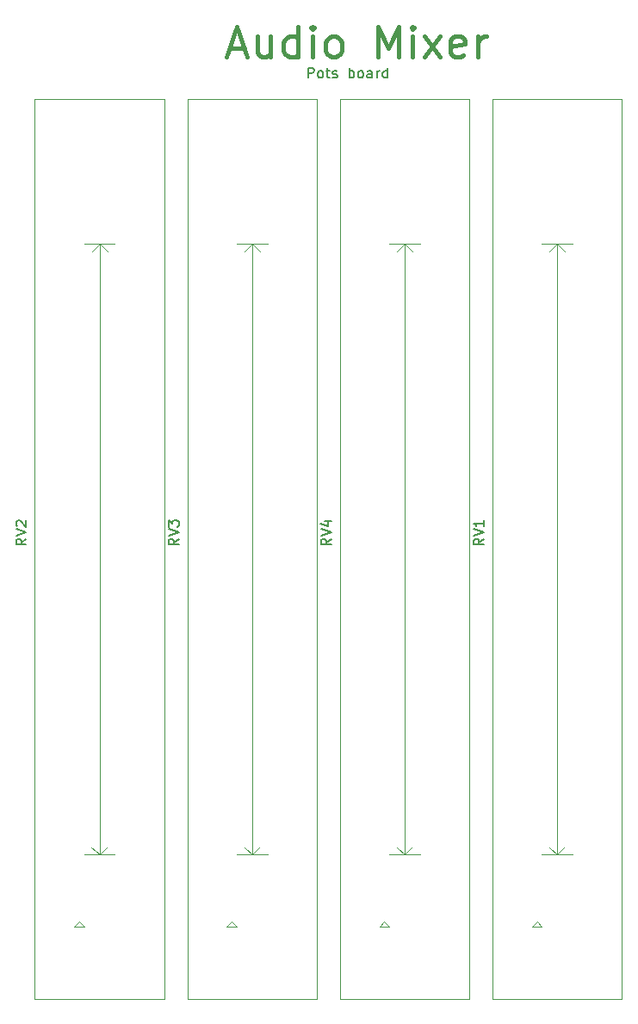
<source format=gbr>
%TF.GenerationSoftware,KiCad,Pcbnew,5.1.10-88a1d61d58~90~ubuntu20.04.1*%
%TF.CreationDate,2021-08-07T12:40:56-04:00*%
%TF.ProjectId,ao_audio_mixer,616f5f61-7564-4696-9f5f-6d697865722e,rev?*%
%TF.SameCoordinates,Original*%
%TF.FileFunction,Legend,Top*%
%TF.FilePolarity,Positive*%
%FSLAX46Y46*%
G04 Gerber Fmt 4.6, Leading zero omitted, Abs format (unit mm)*
G04 Created by KiCad (PCBNEW 5.1.10-88a1d61d58~90~ubuntu20.04.1) date 2021-08-07 12:40:56*
%MOMM*%
%LPD*%
G01*
G04 APERTURE LIST*
%ADD10C,0.150000*%
%ADD11C,0.400000*%
%ADD12C,0.120000*%
G04 APERTURE END LIST*
D10*
X187997238Y-42660380D02*
X187997238Y-41660380D01*
X188378190Y-41660380D01*
X188473428Y-41708000D01*
X188521047Y-41755619D01*
X188568666Y-41850857D01*
X188568666Y-41993714D01*
X188521047Y-42088952D01*
X188473428Y-42136571D01*
X188378190Y-42184190D01*
X187997238Y-42184190D01*
X189140095Y-42660380D02*
X189044857Y-42612761D01*
X188997238Y-42565142D01*
X188949619Y-42469904D01*
X188949619Y-42184190D01*
X188997238Y-42088952D01*
X189044857Y-42041333D01*
X189140095Y-41993714D01*
X189282952Y-41993714D01*
X189378190Y-42041333D01*
X189425809Y-42088952D01*
X189473428Y-42184190D01*
X189473428Y-42469904D01*
X189425809Y-42565142D01*
X189378190Y-42612761D01*
X189282952Y-42660380D01*
X189140095Y-42660380D01*
X189759142Y-41993714D02*
X190140095Y-41993714D01*
X189902000Y-41660380D02*
X189902000Y-42517523D01*
X189949619Y-42612761D01*
X190044857Y-42660380D01*
X190140095Y-42660380D01*
X190425809Y-42612761D02*
X190521047Y-42660380D01*
X190711523Y-42660380D01*
X190806761Y-42612761D01*
X190854380Y-42517523D01*
X190854380Y-42469904D01*
X190806761Y-42374666D01*
X190711523Y-42327047D01*
X190568666Y-42327047D01*
X190473428Y-42279428D01*
X190425809Y-42184190D01*
X190425809Y-42136571D01*
X190473428Y-42041333D01*
X190568666Y-41993714D01*
X190711523Y-41993714D01*
X190806761Y-42041333D01*
X192044857Y-42660380D02*
X192044857Y-41660380D01*
X192044857Y-42041333D02*
X192140095Y-41993714D01*
X192330571Y-41993714D01*
X192425809Y-42041333D01*
X192473428Y-42088952D01*
X192521047Y-42184190D01*
X192521047Y-42469904D01*
X192473428Y-42565142D01*
X192425809Y-42612761D01*
X192330571Y-42660380D01*
X192140095Y-42660380D01*
X192044857Y-42612761D01*
X193092476Y-42660380D02*
X192997238Y-42612761D01*
X192949619Y-42565142D01*
X192902000Y-42469904D01*
X192902000Y-42184190D01*
X192949619Y-42088952D01*
X192997238Y-42041333D01*
X193092476Y-41993714D01*
X193235333Y-41993714D01*
X193330571Y-42041333D01*
X193378190Y-42088952D01*
X193425809Y-42184190D01*
X193425809Y-42469904D01*
X193378190Y-42565142D01*
X193330571Y-42612761D01*
X193235333Y-42660380D01*
X193092476Y-42660380D01*
X194282952Y-42660380D02*
X194282952Y-42136571D01*
X194235333Y-42041333D01*
X194140095Y-41993714D01*
X193949619Y-41993714D01*
X193854380Y-42041333D01*
X194282952Y-42612761D02*
X194187714Y-42660380D01*
X193949619Y-42660380D01*
X193854380Y-42612761D01*
X193806761Y-42517523D01*
X193806761Y-42422285D01*
X193854380Y-42327047D01*
X193949619Y-42279428D01*
X194187714Y-42279428D01*
X194282952Y-42231809D01*
X194759142Y-42660380D02*
X194759142Y-41993714D01*
X194759142Y-42184190D02*
X194806761Y-42088952D01*
X194854380Y-42041333D01*
X194949619Y-41993714D01*
X195044857Y-41993714D01*
X195806761Y-42660380D02*
X195806761Y-41660380D01*
X195806761Y-42612761D02*
X195711523Y-42660380D01*
X195521047Y-42660380D01*
X195425809Y-42612761D01*
X195378190Y-42565142D01*
X195330571Y-42469904D01*
X195330571Y-42184190D01*
X195378190Y-42088952D01*
X195425809Y-42041333D01*
X195521047Y-41993714D01*
X195711523Y-41993714D01*
X195806761Y-42041333D01*
D11*
X180293000Y-39738000D02*
X181721571Y-39738000D01*
X180007285Y-40595142D02*
X181007285Y-37595142D01*
X182007285Y-40595142D01*
X184293000Y-38595142D02*
X184293000Y-40595142D01*
X183007285Y-38595142D02*
X183007285Y-40166571D01*
X183150142Y-40452285D01*
X183435857Y-40595142D01*
X183864428Y-40595142D01*
X184150142Y-40452285D01*
X184293000Y-40309428D01*
X187007285Y-40595142D02*
X187007285Y-37595142D01*
X187007285Y-40452285D02*
X186721571Y-40595142D01*
X186150142Y-40595142D01*
X185864428Y-40452285D01*
X185721571Y-40309428D01*
X185578714Y-40023714D01*
X185578714Y-39166571D01*
X185721571Y-38880857D01*
X185864428Y-38738000D01*
X186150142Y-38595142D01*
X186721571Y-38595142D01*
X187007285Y-38738000D01*
X188435857Y-40595142D02*
X188435857Y-38595142D01*
X188435857Y-37595142D02*
X188293000Y-37738000D01*
X188435857Y-37880857D01*
X188578714Y-37738000D01*
X188435857Y-37595142D01*
X188435857Y-37880857D01*
X190293000Y-40595142D02*
X190007285Y-40452285D01*
X189864428Y-40309428D01*
X189721571Y-40023714D01*
X189721571Y-39166571D01*
X189864428Y-38880857D01*
X190007285Y-38738000D01*
X190293000Y-38595142D01*
X190721571Y-38595142D01*
X191007285Y-38738000D01*
X191150142Y-38880857D01*
X191293000Y-39166571D01*
X191293000Y-40023714D01*
X191150142Y-40309428D01*
X191007285Y-40452285D01*
X190721571Y-40595142D01*
X190293000Y-40595142D01*
X194864428Y-40595142D02*
X194864428Y-37595142D01*
X195864428Y-39738000D01*
X196864428Y-37595142D01*
X196864428Y-40595142D01*
X198293000Y-40595142D02*
X198293000Y-38595142D01*
X198293000Y-37595142D02*
X198150142Y-37738000D01*
X198293000Y-37880857D01*
X198435857Y-37738000D01*
X198293000Y-37595142D01*
X198293000Y-37880857D01*
X199435857Y-40595142D02*
X201007285Y-38595142D01*
X199435857Y-38595142D02*
X201007285Y-40595142D01*
X203293000Y-40452285D02*
X203007285Y-40595142D01*
X202435857Y-40595142D01*
X202150142Y-40452285D01*
X202007285Y-40166571D01*
X202007285Y-39023714D01*
X202150142Y-38738000D01*
X202435857Y-38595142D01*
X203007285Y-38595142D01*
X203293000Y-38738000D01*
X203435857Y-39023714D01*
X203435857Y-39309428D01*
X202007285Y-39595142D01*
X204721571Y-40595142D02*
X204721571Y-38595142D01*
X204721571Y-39166571D02*
X204864428Y-38880857D01*
X205007285Y-38738000D01*
X205293000Y-38595142D01*
X205578714Y-38595142D01*
D12*
%TO.C,RV4*%
X197500000Y-59000000D02*
X198250000Y-59750000D01*
X196750000Y-59750000D02*
X197500000Y-59000000D01*
X196000000Y-59000000D02*
X199000000Y-59000000D01*
X197500000Y-119000000D02*
X198250000Y-118250000D01*
X196720000Y-118280000D02*
X197500000Y-119000000D01*
X196000000Y-119000000D02*
X199000000Y-119000000D01*
X197500000Y-119000000D02*
X197500000Y-59000000D01*
X196000000Y-126085000D02*
X195500000Y-125585000D01*
X195000000Y-126085000D02*
X196000000Y-126085000D01*
X195500000Y-125585000D02*
X195000000Y-126085000D01*
X191130000Y-44780000D02*
X203870000Y-44780000D01*
X191130000Y-133220000D02*
X203870000Y-133220000D01*
X203870000Y-133220000D02*
X203870000Y-44780000D01*
X191130000Y-133220000D02*
X191130000Y-44780000D01*
%TO.C,RV1*%
X206130000Y-133220000D02*
X206130000Y-44780000D01*
X218870000Y-133220000D02*
X218870000Y-44780000D01*
X206130000Y-133220000D02*
X218870000Y-133220000D01*
X206130000Y-44780000D02*
X218870000Y-44780000D01*
X210500000Y-125585000D02*
X210000000Y-126085000D01*
X210000000Y-126085000D02*
X211000000Y-126085000D01*
X211000000Y-126085000D02*
X210500000Y-125585000D01*
X212500000Y-119000000D02*
X212500000Y-59000000D01*
X211000000Y-119000000D02*
X214000000Y-119000000D01*
X211720000Y-118280000D02*
X212500000Y-119000000D01*
X212500000Y-119000000D02*
X213250000Y-118250000D01*
X211000000Y-59000000D02*
X214000000Y-59000000D01*
X211750000Y-59750000D02*
X212500000Y-59000000D01*
X212500000Y-59000000D02*
X213250000Y-59750000D01*
%TO.C,RV2*%
X161130000Y-133220000D02*
X161130000Y-44780000D01*
X173870000Y-133220000D02*
X173870000Y-44780000D01*
X161130000Y-133220000D02*
X173870000Y-133220000D01*
X161130000Y-44780000D02*
X173870000Y-44780000D01*
X165500000Y-125585000D02*
X165000000Y-126085000D01*
X165000000Y-126085000D02*
X166000000Y-126085000D01*
X166000000Y-126085000D02*
X165500000Y-125585000D01*
X167500000Y-119000000D02*
X167500000Y-59000000D01*
X166000000Y-119000000D02*
X169000000Y-119000000D01*
X166720000Y-118280000D02*
X167500000Y-119000000D01*
X167500000Y-119000000D02*
X168250000Y-118250000D01*
X166000000Y-59000000D02*
X169000000Y-59000000D01*
X166750000Y-59750000D02*
X167500000Y-59000000D01*
X167500000Y-59000000D02*
X168250000Y-59750000D01*
%TO.C,RV3*%
X176130000Y-133220000D02*
X176130000Y-44780000D01*
X188870000Y-133220000D02*
X188870000Y-44780000D01*
X176130000Y-133220000D02*
X188870000Y-133220000D01*
X176130000Y-44780000D02*
X188870000Y-44780000D01*
X180500000Y-125585000D02*
X180000000Y-126085000D01*
X180000000Y-126085000D02*
X181000000Y-126085000D01*
X181000000Y-126085000D02*
X180500000Y-125585000D01*
X182500000Y-119000000D02*
X182500000Y-59000000D01*
X181000000Y-119000000D02*
X184000000Y-119000000D01*
X181720000Y-118280000D02*
X182500000Y-119000000D01*
X182500000Y-119000000D02*
X183250000Y-118250000D01*
X181000000Y-59000000D02*
X184000000Y-59000000D01*
X181750000Y-59750000D02*
X182500000Y-59000000D01*
X182500000Y-59000000D02*
X183250000Y-59750000D01*
%TO.C,RV4*%
D10*
X190272380Y-87975238D02*
X189796190Y-88308571D01*
X190272380Y-88546666D02*
X189272380Y-88546666D01*
X189272380Y-88165714D01*
X189320000Y-88070476D01*
X189367619Y-88022857D01*
X189462857Y-87975238D01*
X189605714Y-87975238D01*
X189700952Y-88022857D01*
X189748571Y-88070476D01*
X189796190Y-88165714D01*
X189796190Y-88546666D01*
X189272380Y-87689523D02*
X190272380Y-87356190D01*
X189272380Y-87022857D01*
X189605714Y-86260952D02*
X190272380Y-86260952D01*
X189224761Y-86499047D02*
X189939047Y-86737142D01*
X189939047Y-86118095D01*
%TO.C,RV1*%
X205272380Y-87975238D02*
X204796190Y-88308571D01*
X205272380Y-88546666D02*
X204272380Y-88546666D01*
X204272380Y-88165714D01*
X204320000Y-88070476D01*
X204367619Y-88022857D01*
X204462857Y-87975238D01*
X204605714Y-87975238D01*
X204700952Y-88022857D01*
X204748571Y-88070476D01*
X204796190Y-88165714D01*
X204796190Y-88546666D01*
X204272380Y-87689523D02*
X205272380Y-87356190D01*
X204272380Y-87022857D01*
X205272380Y-86165714D02*
X205272380Y-86737142D01*
X205272380Y-86451428D02*
X204272380Y-86451428D01*
X204415238Y-86546666D01*
X204510476Y-86641904D01*
X204558095Y-86737142D01*
%TO.C,RV2*%
X160272380Y-87975238D02*
X159796190Y-88308571D01*
X160272380Y-88546666D02*
X159272380Y-88546666D01*
X159272380Y-88165714D01*
X159320000Y-88070476D01*
X159367619Y-88022857D01*
X159462857Y-87975238D01*
X159605714Y-87975238D01*
X159700952Y-88022857D01*
X159748571Y-88070476D01*
X159796190Y-88165714D01*
X159796190Y-88546666D01*
X159272380Y-87689523D02*
X160272380Y-87356190D01*
X159272380Y-87022857D01*
X159367619Y-86737142D02*
X159320000Y-86689523D01*
X159272380Y-86594285D01*
X159272380Y-86356190D01*
X159320000Y-86260952D01*
X159367619Y-86213333D01*
X159462857Y-86165714D01*
X159558095Y-86165714D01*
X159700952Y-86213333D01*
X160272380Y-86784761D01*
X160272380Y-86165714D01*
%TO.C,RV3*%
X175272380Y-87975238D02*
X174796190Y-88308571D01*
X175272380Y-88546666D02*
X174272380Y-88546666D01*
X174272380Y-88165714D01*
X174320000Y-88070476D01*
X174367619Y-88022857D01*
X174462857Y-87975238D01*
X174605714Y-87975238D01*
X174700952Y-88022857D01*
X174748571Y-88070476D01*
X174796190Y-88165714D01*
X174796190Y-88546666D01*
X174272380Y-87689523D02*
X175272380Y-87356190D01*
X174272380Y-87022857D01*
X174272380Y-86784761D02*
X174272380Y-86165714D01*
X174653333Y-86499047D01*
X174653333Y-86356190D01*
X174700952Y-86260952D01*
X174748571Y-86213333D01*
X174843809Y-86165714D01*
X175081904Y-86165714D01*
X175177142Y-86213333D01*
X175224761Y-86260952D01*
X175272380Y-86356190D01*
X175272380Y-86641904D01*
X175224761Y-86737142D01*
X175177142Y-86784761D01*
%TD*%
M02*

</source>
